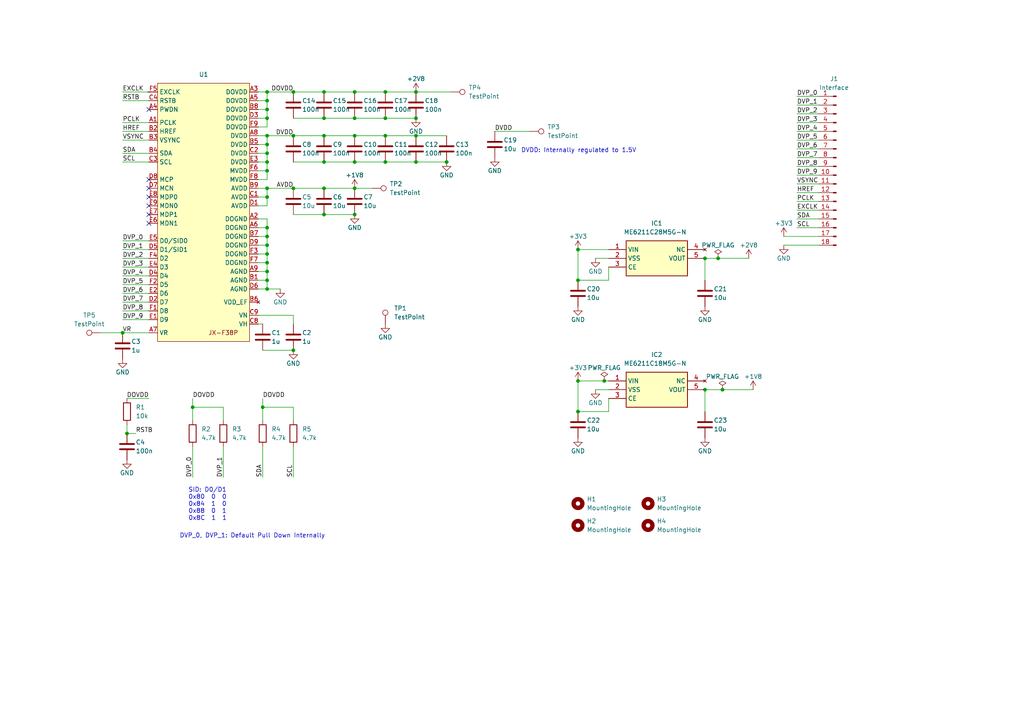
<source format=kicad_sch>
(kicad_sch (version 20230121) (generator eeschema)
  (paper "A4")
  (title_block (title "Ikafly Cam Exp Board"))
  (lib_symbols
    (symbol "Connector:Conn_01x18_Pin" (pin_names (offset 1.016) hide)
      (property "Reference" "J" (at 0 22.86 0))
      (property "Value" "Conn_01x18_Pin" (at 0 -25.4 0))
      (symbol "Conn_01x18_Pin_1_1"
        (polyline (pts (xy 1.27 -22.86) (xy 0.8636 -22.86)) (stroke (width 0.1524)))
        (polyline (pts (xy 1.27 -20.32) (xy 0.8636 -20.32)) (stroke (width 0.1524)))
        (polyline (pts (xy 1.27 -17.78) (xy 0.8636 -17.78)) (stroke (width 0.1524)))
        (polyline (pts (xy 1.27 -15.24) (xy 0.8636 -15.24)) (stroke (width 0.1524)))
        (polyline (pts (xy 1.27 -12.7) (xy 0.8636 -12.7)) (stroke (width 0.1524)))
        (polyline (pts (xy 1.27 -10.16) (xy 0.8636 -10.16)) (stroke (width 0.1524)))
        (polyline (pts (xy 1.27 -7.62) (xy 0.8636 -7.62)) (stroke (width 0.1524)))
        (polyline (pts (xy 1.27 -5.08) (xy 0.8636 -5.08)) (stroke (width 0.1524)))
        (polyline (pts (xy 1.27 -2.54) (xy 0.8636 -2.54)) (stroke (width 0.1524)))
        (polyline (pts (xy 1.27 0) (xy 0.8636 0)) (stroke (width 0.1524)))
        (polyline (pts (xy 1.27 2.54) (xy 0.8636 2.54)) (stroke (width 0.1524)))
        (polyline (pts (xy 1.27 5.08) (xy 0.8636 5.08)) (stroke (width 0.1524)))
        (polyline (pts (xy 1.27 7.62) (xy 0.8636 7.62)) (stroke (width 0.1524)))
        (polyline (pts (xy 1.27 10.16) (xy 0.8636 10.16)) (stroke (width 0.1524)))
        (polyline (pts (xy 1.27 12.7) (xy 0.8636 12.7)) (stroke (width 0.1524)))
        (polyline (pts (xy 1.27 15.24) (xy 0.8636 15.24)) (stroke (width 0.1524)))
        (polyline (pts (xy 1.27 17.78) (xy 0.8636 17.78)) (stroke (width 0.1524)))
        (polyline (pts (xy 1.27 20.32) (xy 0.8636 20.32)) (stroke (width 0.1524)))
        (rectangle (start 0.8636 -22.733) (end 0 -22.987) (stroke (width 0.1524)) (fill (type outline)))
        (rectangle (start 0.8636 -20.193) (end 0 -20.447) (stroke (width 0.1524)) (fill (type outline)))
        (rectangle (start 0.8636 -17.653) (end 0 -17.907) (stroke (width 0.1524)) (fill (type outline)))
        (rectangle (start 0.8636 -15.113) (end 0 -15.367) (stroke (width 0.1524)) (fill (type outline)))
        (rectangle (start 0.8636 -12.573) (end 0 -12.827) (stroke (width 0.1524)) (fill (type outline)))
        (rectangle (start 0.8636 -10.033) (end 0 -10.287) (stroke (width 0.1524)) (fill (type outline)))
        (rectangle (start 0.8636 -7.493) (end 0 -7.747) (stroke (width 0.1524)) (fill (type outline)))
        (rectangle (start 0.8636 -4.953) (end 0 -5.207) (stroke (width 0.1524)) (fill (type outline)))
        (rectangle (start 0.8636 -2.413) (end 0 -2.667) (stroke (width 0.1524)) (fill (type outline)))
        (rectangle (start 0.8636 0.127) (end 0 -0.127) (stroke (width 0.1524)) (fill (type outline)))
        (rectangle (start 0.8636 2.667) (end 0 2.413) (stroke (width 0.1524)) (fill (type outline)))
        (rectangle (start 0.8636 5.207) (end 0 4.953) (stroke (width 0.1524)) (fill (type outline)))
        (rectangle (start 0.8636 7.747) (end 0 7.493) (stroke (width 0.1524)) (fill (type outline)))
        (rectangle (start 0.8636 10.287) (end 0 10.033) (stroke (width 0.1524)) (fill (type outline)))
        (rectangle (start 0.8636 12.827) (end 0 12.573) (stroke (width 0.1524)) (fill (type outline)))
        (rectangle (start 0.8636 15.367) (end 0 15.113) (stroke (width 0.1524)) (fill (type outline)))
        (rectangle (start 0.8636 17.907) (end 0 17.653) (stroke (width 0.1524)) (fill (type outline)))
        (rectangle (start 0.8636 20.447) (end 0 20.193) (stroke (width 0.1524)) (fill (type outline)))
        (pin passive line (at 5.08 20.32 180) (length 3.81) (name "Pin_1") (number "1"))
        (pin passive line (at 5.08 -2.54 180) (length 3.81) (name "Pin_10") (number "10"))
        (pin passive line (at 5.08 -5.08 180) (length 3.81) (name "Pin_11") (number "11"))
        (pin passive line (at 5.08 -7.62 180) (length 3.81) (name "Pin_12") (number "12"))
        (pin passive line (at 5.08 -10.16 180) (length 3.81) (name "Pin_13") (number "13"))
        (pin passive line (at 5.08 -12.7 180) (length 3.81) (name "Pin_14") (number "14"))
        (pin passive line (at 5.08 -15.24 180) (length 3.81) (name "Pin_15") (number "15"))
        (pin passive line (at 5.08 -17.78 180) (length 3.81) (name "Pin_16") (number "16"))
        (pin passive line (at 5.08 -20.32 180) (length 3.81) (name "Pin_17") (number "17"))
        (pin passive line (at 5.08 -22.86 180) (length 3.81) (name "Pin_18") (number "18"))
        (pin passive line (at 5.08 17.78 180) (length 3.81) (name "Pin_2") (number "2"))
        (pin passive line (at 5.08 15.24 180) (length 3.81) (name "Pin_3") (number "3"))
        (pin passive line (at 5.08 12.7 180) (length 3.81) (name "Pin_4") (number "4"))
        (pin passive line (at 5.08 10.16 180) (length 3.81) (name "Pin_5") (number "5"))
        (pin passive line (at 5.08 7.62 180) (length 3.81) (name "Pin_6") (number "6"))
        (pin passive line (at 5.08 5.08 180) (length 3.81) (name "Pin_7") (number "7"))
        (pin passive line (at 5.08 2.54 180) (length 3.81) (name "Pin_8") (number "8"))
        (pin passive line (at 5.08 0 180) (length 3.81) (name "Pin_9") (number "9"))
      )
    )
    (symbol "Connector:TestPoint" (pin_numbers hide) (pin_names (offset 0.762) hide)
      (property "Reference" "TP" (at 0 6.858 0))
      (property "Value" "TestPoint" (at 0 5.08 0))
      (symbol "TestPoint_0_1"
        (circle (center 0 3.302) (radius 0.762))
      )
      (symbol "TestPoint_1_1"
        (pin passive line (at 0 0 90) (length 2.54) (name "1") (number "1"))
      )
    )
    (symbol "Device:C" (pin_numbers hide) (pin_names (offset 0.254))
      (property "Reference" "C" (at 0.635 2.54 0))
      (property "Value" "C" (at 0.635 -2.54 0))
      (symbol "C_0_1"
        (polyline (pts (xy -2.032 -0.762) (xy 2.032 -0.762)) (stroke (width 0.508)))
        (polyline (pts (xy -2.032 0.762) (xy 2.032 0.762)) (stroke (width 0.508)))
      )
      (symbol "C_1_1"
        (pin passive line (at 0 3.81 270) (length 2.794) (name "~") (number "1"))
        (pin passive line (at 0 -3.81 90) (length 2.794) (name "~") (number "2"))
      )
    )
    (symbol "Device:R" (pin_numbers hide) (pin_names (offset 0))
      (property "Reference" "R" (at 2.032 0 90))
      (property "Value" "R" (at 0 0 90))
      (symbol "R_0_1"
        (rectangle (start -1.016 -2.54) (end 1.016 2.54) (stroke (width 0.254)))
      )
      (symbol "R_1_1"
        (pin passive line (at 0 3.81 270) (length 1.27) (name "~") (number "1"))
        (pin passive line (at 0 -3.81 90) (length 1.27) (name "~") (number "2"))
      )
    )
    (symbol "Ikafly_lib:JX-F38P"
      (property "Reference" "U?" (at 15.24 3.81 0))
      (symbol "JX-F38P_1_1"
        (rectangle (start 2.54 2.54) (end 29.21 -72.39) (fill (type background)))
        (text "JX-F38P" (at 21.59 -69.85 0) (effects (font (size 1.27 1.27))))
        (pin input line (at 0 -8.89 0) (length 2.54) (name "PCLK") (number "A1"))
        (pin input line (at 31.75 -36.83 180) (length 2.54) (name "DOGND") (number "A2"))
        (pin input line (at 31.75 0 180) (length 2.54) (name "DOVDD") (number "A3"))
        (pin input line (at 0 -5.08 0) (length 2.54) (name "PWDN") (number "A4"))
        (pin input line (at 31.75 -2.54 180) (length 2.54) (name "DOVDD") (number "A5"))
        (pin input line (at 31.75 -39.37 180) (length 2.54) (name "DOGND") (number "A6"))
        (pin input line (at 0 -69.85 0) (length 2.54) (name "VR") (number "A7"))
        (pin input line (at 31.75 -12.7 180) (length 2.54) (name "DVDD") (number "A8"))
        (pin input line (at 31.75 -52.07 180) (length 2.54) (name "AGND") (number "A9"))
        (pin input line (at 31.75 -54.61 180) (length 2.54) (name "AGND") (number "B1"))
        (pin input line (at 0 -11.43 0) (length 2.54) (name "HREF") (number "B2"))
        (pin input line (at 0 -13.97 0) (length 2.54) (name "VSYNC") (number "B3"))
        (pin input line (at 0 -17.78 0) (length 2.54) (name "SDA") (number "B4"))
        (pin input line (at 31.75 -15.24 180) (length 2.54) (name "DVDD") (number "B5"))
        (pin no_connect line (at 31.75 -60.96 180) (length 2.54) (name "VDD_EF") (number "B6"))
        (pin input line (at 31.75 -41.91 180) (length 2.54) (name "DOGND") (number "B7"))
        (pin input line (at 31.75 -5.08 180) (length 2.54) (name "DOVDD") (number "B8"))
        (pin input line (at 31.75 -27.94 180) (length 2.54) (name "AVDD") (number "B9"))
        (pin input line (at 31.75 -30.48 180) (length 2.54) (name "AVDD") (number "C1"))
        (pin input line (at 31.75 -17.78 180) (length 2.54) (name "DVDD") (number "C2"))
        (pin input line (at 0 -20.32 0) (length 2.54) (name "SCL") (number "C3"))
        (pin input line (at 0 -2.54 0) (length 2.54) (name "RSTB") (number "C4"))
        (pin input line (at 31.75 -67.31 180) (length 2.54) (name "VH") (number "C8"))
        (pin input line (at 31.75 -64.77 180) (length 2.54) (name "VN") (number "C9"))
        (pin input line (at 31.75 -33.02 180) (length 2.54) (name "AVDD") (number "D1"))
        (pin input line (at 0 -60.96 0) (length 2.54) (name "D7") (number "D2"))
        (pin input line (at 31.75 -7.62 180) (length 2.54) (name "DOVDD") (number "D3"))
        (pin input line (at 0 -53.34 0) (length 2.54) (name "D4") (number "D4"))
        (pin input line (at 0 -45.72 0) (length 2.54) (name "D1/SID1") (number "D5"))
        (pin input line (at 31.75 -57.15 180) (length 2.54) (name "AGND") (number "D6"))
        (pin input line (at 0 -27.94 0) (length 2.54) (name "MCN") (number "D7"))
        (pin input line (at 0 -25.4 0) (length 2.54) (name "MCP") (number "D8"))
        (pin input line (at 31.75 -44.45 180) (length 2.54) (name "DOGND") (number "D9"))
        (pin input line (at 0 -66.04 0) (length 2.54) (name "D9") (number "E1"))
        (pin input line (at 0 -58.42 0) (length 2.54) (name "D6") (number "E2"))
        (pin input line (at 31.75 -20.32 180) (length 2.54) (name "DVDD") (number "E3"))
        (pin input line (at 0 -50.8 0) (length 2.54) (name "D3") (number "E4"))
        (pin input line (at 0 -43.18 0) (length 2.54) (name "D0/SID0") (number "E5"))
        (pin input line (at 0 -38.1 0) (length 2.54) (name "MDN1") (number "E6"))
        (pin input line (at 0 -35.56 0) (length 2.54) (name "MDP1") (number "E7"))
        (pin input line (at 0 -30.48 0) (length 2.54) (name "MDP0") (number "E8"))
        (pin input line (at 0 -33.02 0) (length 2.54) (name "MDN0") (number "E9"))
        (pin input line (at 0 -63.5 0) (length 2.54) (name "D8") (number "F1"))
        (pin input line (at 0 -55.88 0) (length 2.54) (name "D5") (number "F2"))
        (pin input line (at 31.75 -46.99 180) (length 2.54) (name "DOGND") (number "F3"))
        (pin input line (at 0 -48.26 0) (length 2.54) (name "D2") (number "F4"))
        (pin input line (at 0 0 0) (length 2.54) (name "EXCLK") (number "F5"))
        (pin input line (at 31.75 -22.86 180) (length 2.54) (name "MVDD") (number "F6"))
        (pin input line (at 31.75 -49.53 180) (length 2.54) (name "DOGND") (number "F7"))
        (pin input line (at 31.75 -25.4 180) (length 2.54) (name "MVDD") (number "F8"))
        (pin input line (at 31.75 -10.16 180) (length 2.54) (name "DOVDD") (number "F9"))
      )
    )
    (symbol "Mechanical:MountingHole" (pin_names (offset 1.016))
      (property "Reference" "H" (at 0 5.08 0))
      (property "Value" "MountingHole" (at 0 3.175 0))
      (symbol "MountingHole_0_1"
        (circle (center 0 0) (radius 1.27) (stroke (width 1.27)))
      )
    )
    (symbol "SamacSys_Parts:ME6211C33M5G"
      (property "Reference" "IC" (at 24.13 7.62 0))
      (property "Value" "ME6211C33M5G" (at 24.13 5.08 0))
      (symbol "ME6211C33M5G_1_1"
        (rectangle (start 5.08 2.54) (end 22.86 -7.62) (stroke (width 0.254)) (fill (type background)))
        (pin passive line (at 0 0 0) (length 5.08) (name "VIN") (number "1"))
        (pin passive line (at 0 -2.54 0) (length 5.08) (name "VSS") (number "2"))
        (pin passive line (at 0 -5.08 0) (length 5.08) (name "CE") (number "3"))
        (pin no_connect line (at 27.94 0 180) (length 5.08) (name "NC") (number "4"))
        (pin passive line (at 27.94 -2.54 180) (length 5.08) (name "VOUT") (number "5"))
      )
    )
    (symbol "power:+1V8" (power) (pin_names (offset 0))
      (property "Value" "+1V8" (at 0 3.556 0))
      (symbol "+1V8_0_1"
        (polyline (pts (xy -0.762 1.27) (xy 0 2.54)))
        (polyline (pts (xy 0 0) (xy 0 2.54)))
        (polyline (pts (xy 0 2.54) (xy 0.762 1.27)))
      )
      (symbol "+1V8_1_1"
        (pin power_in line (at 0 0 90) (length 0) hide (name "+1V8") (number "1"))
      )
    )
    (symbol "power:+2V8" (power) (pin_names (offset 0))
      (property "Value" "+2V8" (at 0 3.556 0))
      (symbol "+2V8_0_1"
        (polyline (pts (xy -0.762 1.27) (xy 0 2.54)))
        (polyline (pts (xy 0 0) (xy 0 2.54)))
        (polyline (pts (xy 0 2.54) (xy 0.762 1.27)))
      )
      (symbol "+2V8_1_1"
        (pin power_in line (at 0 0 90) (length 0) hide (name "+2V8") (number "1"))
      )
    )
    (symbol "power:+3V3" (power) (pin_names (offset 0))
      (property "Value" "+3V3" (at 0 3.556 0))
      (symbol "+3V3_0_1"
        (polyline (pts (xy -0.762 1.27) (xy 0 2.54)))
        (polyline (pts (xy 0 0) (xy 0 2.54)))
        (polyline (pts (xy 0 2.54) (xy 0.762 1.27)))
      )
      (symbol "+3V3_1_1"
        (pin power_in line (at 0 0 90) (length 0) hide (name "+3V3") (number "1"))
      )
    )
    (symbol "power:GND" (power) (pin_names (offset 0))
      (property "Value" "GND" (at 0 -3.81 0))
      (symbol "GND_0_1"
        (polyline (pts (xy 0 0) (xy 0 -1.27) (xy 1.27 -1.27) (xy 0 -2.54) (xy -1.27 -1.27) (xy 0 -1.27)))
      )
      (symbol "GND_1_1"
        (pin power_in line (at 0 0 270) (length 0) hide (name "GND") (number "1"))
      )
    )
    (symbol "power:PWR_FLAG" (power) (pin_numbers hide) (pin_names (offset 0) hide)
      (property "Value" "PWR_FLAG" (at 0 3.81 0))
      (symbol "PWR_FLAG_0_0"
        (pin power_out line (at 0 0 90) (length 0) (name "pwr") (number "1"))
      )
      (symbol "PWR_FLAG_0_1"
        (polyline (pts (xy 0 0) (xy 0 1.27) (xy -1.016 1.905) (xy 0 2.54) (xy 1.016 1.905) (xy 0 1.27)))
      )
    )
  )
  (junction (at 55.88 118.11))
  (junction (at 111.76 34.29))
  (junction (at 77.47 44.45))
  (junction (at 85.09 101.6))
  (junction (at 111.76 46.99))
  (junction (at 77.47 49.53))
  (junction (at 77.47 57.15))
  (junction (at 167.64 110.49))
  (junction (at 85.09 39.37))
  (junction (at 77.47 26.67))
  (junction (at 77.47 41.91))
  (junction (at 77.47 68.58))
  (junction (at 93.98 54.61))
  (junction (at 77.47 46.99))
  (junction (at 102.87 46.99))
  (junction (at 120.65 34.29))
  (junction (at 102.87 34.29))
  (junction (at 36.83 125.73))
  (junction (at 111.76 26.67))
  (junction (at 77.47 54.61))
  (junction (at 85.09 54.61))
  (junction (at 111.76 39.37))
  (junction (at 77.47 71.12))
  (junction (at 175.26 110.49))
  (junction (at 77.47 29.21))
  (junction (at 85.09 26.67))
  (junction (at 77.47 73.66))
  (junction (at 93.98 46.99))
  (junction (at 77.47 81.28))
  (junction (at 93.98 26.67))
  (junction (at 102.87 26.67))
  (junction (at 77.47 76.2))
  (junction (at 167.64 72.39))
  (junction (at 77.47 39.37))
  (junction (at 208.28 74.93))
  (junction (at 209.55 113.03))
  (junction (at 93.98 39.37))
  (junction (at 93.98 34.29))
  (junction (at 77.47 66.04))
  (junction (at 35.56 96.52))
  (junction (at 77.47 83.82))
  (junction (at 120.65 39.37))
  (junction (at 93.98 62.23))
  (junction (at 167.64 119.38))
  (junction (at 102.87 54.61))
  (junction (at 77.47 34.29))
  (junction (at 102.87 62.23))
  (junction (at 204.47 113.03))
  (junction (at 76.2 118.11))
  (junction (at 167.64 81.28))
  (junction (at 77.47 78.74))
  (junction (at 77.47 31.75))
  (junction (at 204.47 74.93))
  (junction (at 129.54 46.99))
  (junction (at 120.65 46.99))
  (junction (at 102.87 39.37))
  (junction (at 120.65 26.67))
  (no_connect (at 43.18 52.07))
  (no_connect (at 43.18 54.61))
  (no_connect (at 43.18 59.69))
  (no_connect (at 43.18 57.15))
  (no_connect (at 43.18 64.77))
  (no_connect (at 43.18 31.75))
  (no_connect (at 43.18 62.23))
  (wire (pts (xy 76.2 118.11) (xy 76.2 121.92)))
  (wire (pts (xy 77.47 46.99) (xy 77.47 49.53)))
  (wire (pts (xy 36.83 123.19) (xy 36.83 125.73)))
  (wire (pts (xy 227.33 71.12) (xy 237.49 71.12)))
  (wire (pts (xy 85.09 54.61) (xy 93.98 54.61)))
  (wire (pts (xy 35.56 72.39) (xy 43.18 72.39)))
  (wire (pts (xy 74.93 57.15) (xy 77.47 57.15)))
  (wire (pts (xy 35.56 87.63) (xy 43.18 87.63)))
  (wire (pts (xy 74.93 83.82) (xy 77.47 83.82)))
  (wire (pts (xy 55.88 115.57) (xy 55.88 118.11)))
  (wire (pts (xy 35.56 92.71) (xy 43.18 92.71)))
  (wire (pts (xy 77.47 31.75) (xy 74.93 31.75)))
  (wire (pts (xy 204.47 113.03) (xy 209.55 113.03)))
  (wire (pts (xy 35.56 69.85) (xy 43.18 69.85)))
  (wire (pts (xy 74.93 68.58) (xy 77.47 68.58)))
  (wire (pts (xy 77.47 54.61) (xy 85.09 54.61)))
  (wire (pts (xy 76.2 93.98) (xy 74.93 93.98)))
  (wire (pts (xy 102.87 39.37) (xy 111.76 39.37)))
  (wire (pts (xy 55.88 118.11) (xy 55.88 121.92)))
  (wire (pts (xy 231.14 50.8) (xy 237.49 50.8)))
  (wire (pts (xy 35.56 44.45) (xy 43.18 44.45)))
  (wire (pts (xy 85.09 93.98) (xy 85.09 91.44)))
  (wire (pts (xy 231.14 43.18) (xy 237.49 43.18)))
  (wire (pts (xy 231.14 40.64) (xy 237.49 40.64)))
  (wire (pts (xy 176.53 119.38) (xy 167.64 119.38)))
  (wire (pts (xy 167.64 72.39) (xy 176.53 72.39)))
  (wire (pts (xy 77.47 36.83) (xy 74.93 36.83)))
  (wire (pts (xy 102.87 34.29) (xy 111.76 34.29)))
  (wire (pts (xy 55.88 118.11) (xy 64.77 118.11)))
  (wire (pts (xy 74.93 39.37) (xy 77.47 39.37)))
  (wire (pts (xy 35.56 46.99) (xy 43.18 46.99)))
  (wire (pts (xy 35.56 77.47) (xy 43.18 77.47)))
  (wire (pts (xy 77.47 76.2) (xy 77.47 78.74)))
  (wire (pts (xy 231.14 55.88) (xy 237.49 55.88)))
  (wire (pts (xy 74.93 66.04) (xy 77.47 66.04)))
  (wire (pts (xy 176.53 115.57) (xy 176.53 119.38)))
  (wire (pts (xy 85.09 129.54) (xy 85.09 138.43)))
  (wire (pts (xy 77.47 81.28) (xy 77.47 83.82)))
  (wire (pts (xy 209.55 113.03) (xy 218.44 113.03)))
  (wire (pts (xy 172.72 74.93) (xy 176.53 74.93)))
  (wire (pts (xy 130.81 26.67) (xy 120.65 26.67)))
  (wire (pts (xy 43.18 115.57) (xy 36.83 115.57)))
  (wire (pts (xy 74.93 49.53) (xy 77.47 49.53)))
  (wire (pts (xy 231.14 48.26) (xy 237.49 48.26)))
  (wire (pts (xy 120.65 39.37) (xy 129.54 39.37)))
  (wire (pts (xy 77.47 54.61) (xy 77.47 57.15)))
  (wire (pts (xy 55.88 129.54) (xy 55.88 138.43)))
  (wire (pts (xy 76.2 118.11) (xy 85.09 118.11)))
  (wire (pts (xy 85.09 121.92) (xy 85.09 118.11)))
  (wire (pts (xy 204.47 81.28) (xy 204.47 74.93)))
  (wire (pts (xy 77.47 29.21) (xy 74.93 29.21)))
  (wire (pts (xy 77.47 31.75) (xy 77.47 34.29)))
  (wire (pts (xy 111.76 26.67) (xy 120.65 26.67)))
  (wire (pts (xy 85.09 34.29) (xy 93.98 34.29)))
  (wire (pts (xy 35.56 29.21) (xy 43.18 29.21)))
  (wire (pts (xy 204.47 119.38) (xy 204.47 113.03)))
  (wire (pts (xy 231.14 53.34) (xy 237.49 53.34)))
  (wire (pts (xy 231.14 33.02) (xy 237.49 33.02)))
  (wire (pts (xy 64.77 129.54) (xy 64.77 138.43)))
  (wire (pts (xy 85.09 62.23) (xy 93.98 62.23)))
  (wire (pts (xy 111.76 34.29) (xy 120.65 34.29)))
  (wire (pts (xy 77.47 68.58) (xy 77.47 71.12)))
  (wire (pts (xy 35.56 82.55) (xy 43.18 82.55)))
  (wire (pts (xy 231.14 66.04) (xy 237.49 66.04)))
  (wire (pts (xy 77.47 26.67) (xy 85.09 26.67)))
  (wire (pts (xy 74.93 71.12) (xy 77.47 71.12)))
  (wire (pts (xy 85.09 39.37) (xy 93.98 39.37)))
  (wire (pts (xy 29.21 96.52) (xy 35.56 96.52)))
  (wire (pts (xy 35.56 96.52) (xy 43.18 96.52)))
  (wire (pts (xy 35.56 26.67) (xy 43.18 26.67)))
  (wire (pts (xy 208.28 74.93) (xy 217.17 74.93)))
  (wire (pts (xy 93.98 34.29) (xy 102.87 34.29)))
  (wire (pts (xy 74.93 52.07) (xy 77.47 52.07)))
  (wire (pts (xy 77.47 39.37) (xy 77.47 41.91)))
  (wire (pts (xy 227.33 68.58) (xy 237.49 68.58)))
  (wire (pts (xy 167.64 72.39) (xy 167.64 81.28)))
  (wire (pts (xy 74.93 78.74) (xy 77.47 78.74)))
  (wire (pts (xy 231.14 63.5) (xy 237.49 63.5)))
  (wire (pts (xy 77.47 41.91) (xy 77.47 44.45)))
  (wire (pts (xy 74.93 81.28) (xy 77.47 81.28)))
  (wire (pts (xy 77.47 44.45) (xy 77.47 46.99)))
  (wire (pts (xy 77.47 73.66) (xy 77.47 76.2)))
  (wire (pts (xy 231.14 45.72) (xy 237.49 45.72)))
  (wire (pts (xy 167.64 110.49) (xy 167.64 119.38)))
  (wire (pts (xy 85.09 91.44) (xy 74.93 91.44)))
  (wire (pts (xy 85.09 46.99) (xy 93.98 46.99)))
  (wire (pts (xy 77.47 78.74) (xy 77.47 81.28)))
  (wire (pts (xy 93.98 46.99) (xy 102.87 46.99)))
  (wire (pts (xy 153.67 38.1) (xy 143.51 38.1)))
  (wire (pts (xy 35.56 80.01) (xy 43.18 80.01)))
  (wire (pts (xy 77.47 26.67) (xy 77.47 29.21)))
  (wire (pts (xy 102.87 26.67) (xy 111.76 26.67)))
  (wire (pts (xy 77.47 29.21) (xy 77.47 31.75)))
  (wire (pts (xy 74.93 63.5) (xy 77.47 63.5)))
  (wire (pts (xy 35.56 40.64) (xy 43.18 40.64)))
  (wire (pts (xy 176.53 77.47) (xy 176.53 81.28)))
  (wire (pts (xy 74.93 44.45) (xy 77.47 44.45)))
  (wire (pts (xy 231.14 30.48) (xy 237.49 30.48)))
  (wire (pts (xy 74.93 46.99) (xy 77.47 46.99)))
  (wire (pts (xy 231.14 60.96) (xy 237.49 60.96)))
  (wire (pts (xy 93.98 62.23) (xy 102.87 62.23)))
  (wire (pts (xy 35.56 74.93) (xy 43.18 74.93)))
  (wire (pts (xy 77.47 34.29) (xy 77.47 36.83)))
  (wire (pts (xy 172.72 113.03) (xy 176.53 113.03)))
  (wire (pts (xy 76.2 129.54) (xy 76.2 138.43)))
  (wire (pts (xy 111.76 46.99) (xy 120.65 46.99)))
  (wire (pts (xy 35.56 85.09) (xy 43.18 85.09)))
  (wire (pts (xy 35.56 38.1) (xy 43.18 38.1)))
  (wire (pts (xy 93.98 26.67) (xy 102.87 26.67)))
  (wire (pts (xy 77.47 34.29) (xy 74.93 34.29)))
  (wire (pts (xy 231.14 38.1) (xy 237.49 38.1)))
  (wire (pts (xy 85.09 39.37) (xy 77.47 39.37)))
  (wire (pts (xy 74.93 41.91) (xy 77.47 41.91)))
  (wire (pts (xy 204.47 74.93) (xy 208.28 74.93)))
  (wire (pts (xy 77.47 26.67) (xy 74.93 26.67)))
  (wire (pts (xy 175.26 110.49) (xy 176.53 110.49)))
  (wire (pts (xy 77.47 66.04) (xy 77.47 68.58)))
  (wire (pts (xy 102.87 46.99) (xy 111.76 46.99)))
  (wire (pts (xy 76.2 101.6) (xy 85.09 101.6)))
  (wire (pts (xy 231.14 35.56) (xy 237.49 35.56)))
  (wire (pts (xy 111.76 39.37) (xy 120.65 39.37)))
  (wire (pts (xy 81.28 83.82) (xy 77.47 83.82)))
  (wire (pts (xy 74.93 73.66) (xy 77.47 73.66)))
  (wire (pts (xy 35.56 90.17) (xy 43.18 90.17)))
  (wire (pts (xy 77.47 57.15) (xy 77.47 59.69)))
  (wire (pts (xy 77.47 63.5) (xy 77.47 66.04)))
  (wire (pts (xy 93.98 39.37) (xy 102.87 39.37)))
  (wire (pts (xy 74.93 76.2) (xy 77.47 76.2)))
  (wire (pts (xy 36.83 125.73) (xy 39.37 125.73)))
  (wire (pts (xy 76.2 115.57) (xy 76.2 118.11)))
  (wire (pts (xy 93.98 54.61) (xy 102.87 54.61)))
  (wire (pts (xy 231.14 58.42) (xy 237.49 58.42)))
  (wire (pts (xy 231.14 27.94) (xy 237.49 27.94)))
  (wire (pts (xy 77.47 49.53) (xy 77.47 52.07)))
  (wire (pts (xy 77.47 71.12) (xy 77.47 73.66)))
  (wire (pts (xy 120.65 46.99) (xy 129.54 46.99)))
  (wire (pts (xy 107.95 54.61) (xy 102.87 54.61)))
  (wire (pts (xy 74.93 59.69) (xy 77.47 59.69)))
  (wire (pts (xy 35.56 35.56) (xy 43.18 35.56)))
  (wire (pts (xy 64.77 121.92) (xy 64.77 118.11)))
  (wire (pts (xy 74.93 54.61) (xy 77.47 54.61)))
  (wire (pts (xy 167.64 110.49) (xy 175.26 110.49)))
  (wire (pts (xy 85.09 26.67) (xy 93.98 26.67)))
  (wire (pts (xy 176.53 81.28) (xy 167.64 81.28)))
  (text "DVP_0, DVP_1: Default Pull Down Internally" (at 52.07 156.21 0) (effects (font (size 1.27 1.27)) (justify left bottom)))
  (text "DVDD: Internally regulated to 1.5V" (at 151.13 44.45 0) (effects (font (size 1.27 1.27)) (justify left bottom)))
  (text "SID: D0/D1\n0x80  0  0\n0x84  1  0\n0x88  0  1\n0x8C  1  1" (at 54.61 151.13 0) (effects (font (size 1.27 1.27)) (justify left bottom)))
  (label "DVP_2" (at 231.14 33.02 0))
  (label "SCL" (at 35.56 46.99 0))
  (label "SDA" (at 231.14 63.5 0))
  (label "HREF" (at 35.56 38.1 0))
  (label "PCLK" (at 231.14 58.42 0))
  (label "DOVDD" (at 85.09 26.67 180))
  (label "DVP_1" (at 64.77 138.43 90))
  (label "DVP_3" (at 35.56 77.47 0))
  (label "VSYNC" (at 231.14 53.34 0))
  (label "DVDD" (at 85.09 39.37 180))
  (label "DOVDD" (at 43.18 115.57 180))
  (label "DOVDD" (at 55.88 115.57 0))
  (label "DVP_9" (at 35.56 92.71 0))
  (label "DVP_0" (at 35.56 69.85 0))
  (label "VSYNC" (at 35.56 40.64 0))
  (label "RSTB" (at 39.37 125.73 0))
  (label "DVP_0" (at 55.88 138.43 90))
  (label "HREF" (at 231.14 55.88 0))
  (label "DVP_6" (at 231.14 43.18 0))
  (label "RSTB" (at 35.56 29.21 0))
  (label "DVP_2" (at 35.56 74.93 0))
  (label "DVP_4" (at 231.14 38.1 0))
  (label "DVP_1" (at 231.14 30.48 0))
  (label "DVP_8" (at 231.14 48.26 0))
  (label "SCL" (at 231.14 66.04 0))
  (label "DVDD" (at 143.51 38.1 0))
  (label "SDA" (at 76.2 138.43 90))
  (label "DVP_7" (at 35.56 87.63 0))
  (label "DVP_5" (at 35.56 82.55 0))
  (label "DVP_6" (at 35.56 85.09 0))
  (label "SDA" (at 35.56 44.45 0))
  (label "DVP_9" (at 231.14 50.8 0))
  (label "EXCLK" (at 231.14 60.96 0))
  (label "DVP_0" (at 231.14 27.94 0))
  (label "DVP_7" (at 231.14 45.72 0))
  (label "SCL" (at 85.09 138.43 90))
  (label "VR" (at 35.56 96.52 0))
  (label "DVP_1" (at 35.56 72.39 0))
  (label "DOVDD" (at 76.2 115.57 0))
  (label "EXCLK" (at 35.56 26.67 0))
  (label "DVP_3" (at 231.14 35.56 0))
  (label "DVP_4" (at 35.56 80.01 0))
  (label "DVP_5" (at 231.14 40.64 0))
  (label "AVDD" (at 85.09 54.61 180))
  (label "PCLK" (at 35.56 35.56 0))
  (label "DVP_8" (at 35.56 90.17 0))
  (symbol (lib_id "Device:C") (at 204.47 85.09 0) (unit 1)
    (property "Reference" "C21" (at 207.01 83.82 0) (effects (justify left)))
    (property "Value" "10u" (at 207.01 86.36 0) (effects (justify left)))
    (property "Footprint" "Capacitor_SMD:C_0402_1005Metric" (effects hide))
  )
  (symbol (lib_id "power:GND") (at 35.56 104.14 0) (unit 1)
    (property "Reference" "#PWR04" (effects hide))
    (property "Value" "GND" (at 35.56 107.95 0))
  )
  (symbol (lib_id "Device:C") (at 143.51 41.91 0) (unit 1)
    (property "Reference" "C19" (at 146.05 40.64 0) (effects (justify left)))
    (property "Value" "10u" (at 146.05 43.18 0) (effects (justify left)))
    (property "Footprint" "Capacitor_SMD:C_0402_1005Metric" (effects hide))
  )
  (symbol (lib_id "Device:R") (at 55.88 125.73 0) (unit 1)
    (property "Reference" "R2" (at 58.42 124.46 0) (effects (justify left)))
    (property "Value" "4.7k" (at 58.42 127 0) (effects (justify left)))
    (property "Footprint" "Resistor_SMD:R_0402_1005Metric" (effects hide))
  )
  (symbol (lib_id "power:GND") (at 172.72 74.93 0) (unit 1)
    (property "Reference" "#PWR011" (effects hide))
    (property "Value" "GND" (at 172.72 78.74 0))
  )
  (symbol (lib_id "Connector:TestPoint") (at 107.95 54.61 270) (unit 1)
    (property "Reference" "TP2" (at 113.03 53.34 90) (effects (justify left)))
    (property "Value" "TestPoint" (at 113.03 55.88 90) (effects (justify left)))
    (property "Footprint" "TestPoint:TestPoint_Pad_D1.0mm" (effects hide))
  )
  (symbol (lib_id "Mechanical:MountingHole") (at 167.64 152.4 0) (unit 1)
    (property "Reference" "H2" (at 170.18 151.13 0) (effects (justify left)))
    (property "Value" "MountingHole" (at 170.18 153.67 0) (effects (justify left)))
    (property "Footprint" "MountingHole:MountingHole_2.2mm_M2" (effects hide))
  )
  (symbol (lib_id "power:+3V3") (at 167.64 110.49 0) (unit 1)
    (property "Reference" "#PWR015" (effects hide))
    (property "Value" "+3V3" (at 167.64 106.68 0))
  )
  (symbol (lib_id "Device:C") (at 85.09 58.42 0) (unit 1)
    (property "Reference" "C5" (at 87.63 57.15 0) (effects (justify left)))
    (property "Value" "10u" (at 87.63 59.69 0) (effects (justify left)))
    (property "Footprint" "Capacitor_SMD:C_0402_1005Metric" (effects hide))
  )
  (symbol (lib_id "Device:C") (at 120.65 30.48 0) (unit 1)
    (property "Reference" "C18" (at 123.19 29.21 0) (effects (justify left)))
    (property "Value" "100n" (at 123.19 31.75 0) (effects (justify left)))
    (property "Footprint" "Capacitor_SMD:C_0402_1005Metric" (effects hide))
  )
  (symbol (lib_id "Connector:TestPoint") (at 153.67 38.1 270) (unit 1)
    (property "Reference" "TP3" (at 158.75 36.83 90) (effects (justify left)))
    (property "Value" "TestPoint" (at 158.75 39.37 90) (effects (justify left)))
    (property "Footprint" "TestPoint:TestPoint_Pad_D1.0mm" (effects hide))
  )
  (symbol (lib_id "power:GND") (at 204.47 88.9 0) (unit 1)
    (property "Reference" "#PWR013" (effects hide))
    (property "Value" "GND" (at 204.47 92.71 0))
  )
  (symbol (lib_id "power:GND") (at 111.76 93.98 0) (unit 1)
    (property "Reference" "#PWR09" (effects hide))
    (property "Value" "GND" (at 111.76 97.79 0))
  )
  (symbol (lib_id "SamacSys_Parts:ME6211C33M5G") (at 176.53 72.39 0) (unit 1)
    (property "Reference" "IC1" (at 190.5 64.77 0))
    (property "Value" "ME6211C28M5G-N " (at 190.5 67.31 0))
    (property "Footprint" "SamacSys_Parts:SOT95P282X145-5N" (effects hide))
    (property "Height" "1.45" (effects hide))
    (property "Manufacturer_Name" "Microne" (effects hide))
    (property "Manufacturer_Part_Number" "ME6211C33M5G" (effects hide))
  )
  (symbol (lib_id "Device:R") (at 64.77 125.73 0) (unit 1)
    (property "Reference" "R3" (at 67.31 124.46 0) (effects (justify left)))
    (property "Value" "4.7k" (at 67.31 127 0) (effects (justify left)))
    (property "Footprint" "Resistor_SMD:R_0402_1005Metric" (effects hide))
  )
  (symbol (lib_id "power:GND") (at 167.64 88.9 0) (unit 1)
    (property "Reference" "#PWR012" (effects hide))
    (property "Value" "GND" (at 167.64 92.71 0))
  )
  (symbol (lib_id "Device:C") (at 129.54 43.18 0) (unit 1)
    (property "Reference" "C13" (at 132.08 41.91 0) (effects (justify left)))
    (property "Value" "100n" (at 132.08 44.45 0) (effects (justify left)))
    (property "Footprint" "Capacitor_SMD:C_0402_1005Metric" (effects hide))
  )
  (symbol (lib_id "Device:R") (at 85.09 125.73 0) (unit 1)
    (property "Reference" "R5" (at 87.63 124.46 0) (effects (justify left)))
    (property "Value" "4.7k" (at 87.63 127 0) (effects (justify left)))
    (property "Footprint" "Resistor_SMD:R_0402_1005Metric" (effects hide))
  )
  (symbol (lib_id "Device:C") (at 35.56 100.33 0) (unit 1)
    (property "Reference" "C3" (at 38.1 99.06 0) (effects (justify left)))
    (property "Value" "1u" (at 38.1 101.6 0) (effects (justify left)))
    (property "Footprint" "Capacitor_SMD:C_0402_1005Metric" (effects hide))
  )
  (symbol (lib_id "power:GND") (at 120.65 34.29 0) (unit 1)
    (property "Reference" "#PWR07" (effects hide))
    (property "Value" "GND" (at 120.65 38.1 0))
  )
  (symbol (lib_id "power:PWR_FLAG") (at 175.26 110.49 0) (unit 1)
    (property "Reference" "#FLG01" (effects hide))
    (property "Value" "PWR_FLAG" (at 175.26 106.68 0))
  )
  (symbol (lib_id "Mechanical:MountingHole") (at 187.96 146.05 0) (unit 1)
    (property "Reference" "H3" (at 190.5 144.78 0) (effects (justify left)))
    (property "Value" "MountingHole" (at 190.5 147.32 0) (effects (justify left)))
    (property "Footprint" "MountingHole:MountingHole_2.2mm_M2" (effects hide))
  )
  (symbol (lib_id "Device:C") (at 36.83 129.54 0) (unit 1)
    (property "Reference" "C4" (at 39.37 128.27 0) (effects (justify left)))
    (property "Value" "100n" (at 39.37 130.81 0) (effects (justify left)))
    (property "Footprint" "Capacitor_SMD:C_0402_1005Metric" (effects hide))
  )
  (symbol (lib_id "Device:C") (at 93.98 58.42 0) (unit 1)
    (property "Reference" "C6" (at 96.52 57.15 0) (effects (justify left)))
    (property "Value" "10u" (at 96.52 59.69 0) (effects (justify left)))
    (property "Footprint" "Capacitor_SMD:C_0402_1005Metric" (effects hide))
  )
  (symbol (lib_id "power:PWR_FLAG") (at 208.28 74.93 0) (unit 1)
    (property "Reference" "#FLG03" (effects hide))
    (property "Value" "PWR_FLAG" (at 208.28 71.12 0))
  )
  (symbol (lib_id "Connector:TestPoint") (at 130.81 26.67 270) (unit 1)
    (property "Reference" "TP4" (at 135.89 25.4 90) (effects (justify left)))
    (property "Value" "TestPoint" (at 135.89 27.94 90) (effects (justify left)))
    (property "Footprint" "TestPoint:TestPoint_Pad_D1.0mm" (effects hide))
  )
  (symbol (lib_id "Device:C") (at 102.87 30.48 0) (unit 1)
    (property "Reference" "C16" (at 105.41 29.21 0) (effects (justify left)))
    (property "Value" "100n" (at 105.41 31.75 0) (effects (justify left)))
    (property "Footprint" "Capacitor_SMD:C_0402_1005Metric" (effects hide))
  )
  (symbol (lib_id "power:GND") (at 204.47 127 0) (unit 1)
    (property "Reference" "#PWR018" (effects hide))
    (property "Value" "GND" (at 204.47 130.81 0))
  )
  (symbol (lib_id "Device:R") (at 36.83 119.38 0) (unit 1)
    (property "Reference" "R1" (at 39.37 118.11 0) (effects (justify left)))
    (property "Value" "10k" (at 39.37 120.65 0) (effects (justify left)))
    (property "Footprint" "Resistor_SMD:R_0402_1005Metric" (effects hide))
  )
  (symbol (lib_id "Device:C") (at 93.98 30.48 0) (unit 1)
    (property "Reference" "C15" (at 96.52 29.21 0) (effects (justify left)))
    (property "Value" "100n" (at 96.52 31.75 0) (effects (justify left)))
    (property "Footprint" "Capacitor_SMD:C_0402_1005Metric" (effects hide))
  )
  (symbol (lib_id "power:+2V8") (at 217.17 74.93 0) (unit 1)
    (property "Reference" "#PWR014" (effects hide))
    (property "Value" "+2V8" (at 217.17 71.12 0))
  )
  (symbol (lib_id "power:GND") (at 81.28 83.82 0) (unit 1)
    (property "Reference" "#PWR01" (effects hide))
    (property "Value" "GND" (at 81.28 87.63 0))
  )
  (symbol (lib_id "Device:C") (at 102.87 58.42 0) (unit 1)
    (property "Reference" "C7" (at 105.41 57.15 0) (effects (justify left)))
    (property "Value" "10u" (at 105.41 59.69 0) (effects (justify left)))
    (property "Footprint" "Capacitor_SMD:C_0402_1005Metric" (effects hide))
  )
  (symbol (lib_id "Device:C") (at 167.64 123.19 0) (unit 1)
    (property "Reference" "C22" (at 170.18 121.92 0) (effects (justify left)))
    (property "Value" "10u" (at 170.18 124.46 0) (effects (justify left)))
    (property "Footprint" "Capacitor_SMD:C_0402_1005Metric" (effects hide))
  )
  (symbol (lib_id "power:+3V3") (at 167.64 72.39 0) (unit 1)
    (property "Reference" "#PWR010" (effects hide))
    (property "Value" "+3V3" (at 167.64 68.58 0))
  )
  (symbol (lib_id "power:GND") (at 143.51 45.72 0) (unit 1)
    (property "Reference" "#PWR08" (effects hide))
    (property "Value" "GND" (at 143.51 49.53 0))
  )
  (symbol (lib_id "Mechanical:MountingHole") (at 187.96 152.4 0) (unit 1)
    (property "Reference" "H4" (at 190.5 151.13 0) (effects (justify left)))
    (property "Value" "MountingHole" (at 190.5 153.67 0) (effects (justify left)))
    (property "Footprint" "MountingHole:MountingHole_2.2mm_M2" (effects hide))
  )
  (symbol (lib_id "Device:R") (at 76.2 125.73 0) (unit 1)
    (property "Reference" "R4" (at 78.74 124.46 0) (effects (justify left)))
    (property "Value" "4.7k" (at 78.74 127 0) (effects (justify left)))
    (property "Footprint" "Resistor_SMD:R_0402_1005Metric" (effects hide))
  )
  (symbol (lib_id "power:+2V8") (at 120.65 26.67 0) (unit 1)
    (property "Reference" "#PWR020" (effects hide))
    (property "Value" "+2V8" (at 120.65 22.86 0))
  )
  (symbol (lib_id "power:+1V8") (at 102.87 54.61 0) (unit 1)
    (property "Reference" "#PWR021" (effects hide))
    (property "Value" "+1V8" (at 102.87 50.8 0))
  )
  (symbol (lib_id "power:GND") (at 102.87 62.23 0) (unit 1)
    (property "Reference" "#PWR06" (effects hide))
    (property "Value" "GND" (at 102.87 66.04 0))
  )
  (symbol (lib_id "power:PWR_FLAG") (at 209.55 113.03 0) (unit 1)
    (property "Reference" "#FLG02" (effects hide))
    (property "Value" "PWR_FLAG" (at 209.55 109.22 0))
  )
  (symbol (lib_id "Device:C") (at 85.09 43.18 0) (unit 1)
    (property "Reference" "C8" (at 87.63 41.91 0) (effects (justify left)))
    (property "Value" "100n" (at 87.63 44.45 0) (effects (justify left)))
    (property "Footprint" "Capacitor_SMD:C_0402_1005Metric" (effects hide))
  )
  (symbol (lib_id "power:+3V3") (at 227.33 68.58 0) (unit 1)
    (property "Reference" "#PWR023" (effects hide))
    (property "Value" "+3V3" (at 227.33 64.77 0))
  )
  (symbol (lib_id "power:GND") (at 129.54 46.99 0) (unit 1)
    (property "Reference" "#PWR02" (effects hide))
    (property "Value" "GND" (at 129.54 50.8 0))
  )
  (symbol (lib_id "Device:C") (at 120.65 43.18 0) (unit 1)
    (property "Reference" "C12" (at 123.19 41.91 0) (effects (justify left)))
    (property "Value" "100n" (at 123.19 44.45 0) (effects (justify left)))
    (property "Footprint" "Capacitor_SMD:C_0402_1005Metric" (effects hide))
  )
  (symbol (lib_id "Device:C") (at 85.09 97.79 0) (unit 1)
    (property "Reference" "C2" (at 87.63 96.52 0) (effects (justify left)))
    (property "Value" "1u" (at 87.63 99.06 0) (effects (justify left)))
    (property "Footprint" "Capacitor_SMD:C_0402_1005Metric" (effects hide))
  )
  (symbol (lib_id "Device:C") (at 76.2 97.79 0) (unit 1)
    (property "Reference" "C1" (at 78.74 96.52 0) (effects (justify left)))
    (property "Value" "1u" (at 78.74 99.06 0) (effects (justify left)))
    (property "Footprint" "Capacitor_SMD:C_0402_1005Metric" (effects hide))
  )
  (symbol (lib_id "Device:C") (at 102.87 43.18 0) (unit 1)
    (property "Reference" "C10" (at 105.41 41.91 0) (effects (justify left)))
    (property "Value" "100n" (at 105.41 44.45 0) (effects (justify left)))
    (property "Footprint" "Capacitor_SMD:C_0402_1005Metric" (effects hide))
  )
  (symbol (lib_id "power:GND") (at 85.09 101.6 0) (unit 1)
    (property "Reference" "#PWR03" (effects hide))
    (property "Value" "GND" (at 85.09 105.41 0))
  )
  (symbol (lib_id "Device:C") (at 93.98 43.18 0) (unit 1)
    (property "Reference" "C9" (at 96.52 41.91 0) (effects (justify left)))
    (property "Value" "100n" (at 96.52 44.45 0) (effects (justify left)))
    (property "Footprint" "Capacitor_SMD:C_0402_1005Metric" (effects hide))
  )
  (symbol (lib_id "Device:C") (at 111.76 30.48 0) (unit 1)
    (property "Reference" "C17" (at 114.3 29.21 0) (effects (justify left)))
    (property "Value" "100n" (at 114.3 31.75 0) (effects (justify left)))
    (property "Footprint" "Capacitor_SMD:C_0402_1005Metric" (effects hide))
  )
  (symbol (lib_id "Ikafly_lib:JX-F38P") (at 43.18 26.67 0) (unit 1)
    (property "Reference" "U1" (at 59.055 21.59 0))
    (property "Value" "~" (at 43.18 26.67 0))
    (property "Footprint" "Ikafly_lib:JX-F38P" (effects hide))
  )
  (symbol (lib_id "Connector:TestPoint") (at 29.21 96.52 90) (unit 1)
    (property "Reference" "TP5" (at 25.908 91.44 90))
    (property "Value" "TestPoint" (at 25.908 93.98 90))
    (property "Footprint" "TestPoint:TestPoint_Pad_D1.0mm" (effects hide))
  )
  (symbol (lib_id "Device:C") (at 85.09 30.48 0) (unit 1)
    (property "Reference" "C14" (at 87.63 29.21 0) (effects (justify left)))
    (property "Value" "100n" (at 87.63 31.75 0) (effects (justify left)))
    (property "Footprint" "Capacitor_SMD:C_0402_1005Metric" (effects hide))
  )
  (symbol (lib_id "Connector:TestPoint") (at 111.76 93.98 0) (unit 1)
    (property "Reference" "TP1" (at 114.3 89.408 0) (effects (justify left)))
    (property "Value" "TestPoint" (at 114.3 91.948 0) (effects (justify left)))
    (property "Footprint" "TestPoint:TestPoint_Pad_D1.0mm" (effects hide))
  )
  (symbol (lib_id "power:GND") (at 227.33 71.12 0) (unit 1)
    (property "Reference" "#PWR024" (effects hide))
    (property "Value" "GND" (at 227.33 74.93 0))
  )
  (symbol (lib_id "power:GND") (at 172.72 113.03 0) (unit 1)
    (property "Reference" "#PWR017" (effects hide))
    (property "Value" "GND" (at 172.72 116.84 0))
  )
  (symbol (lib_id "SamacSys_Parts:ME6211C33M5G") (at 176.53 110.49 0) (unit 1)
    (property "Reference" "IC2" (at 190.5 102.87 0))
    (property "Value" "ME6211C18M5G-N " (at 190.5 105.41 0))
    (property "Footprint" "SamacSys_Parts:SOT95P282X145-5N" (effects hide))
    (property "Height" "1.45" (effects hide))
    (property "Manufacturer_Name" "Microne" (effects hide))
    (property "Manufacturer_Part_Number" "ME6211C33M5G" (effects hide))
  )
  (symbol (lib_id "power:GND") (at 36.83 133.35 0) (unit 1)
    (property "Reference" "#PWR05" (effects hide))
    (property "Value" "GND" (at 36.83 137.16 0))
  )
  (symbol (lib_id "Device:C") (at 204.47 123.19 0) (unit 1)
    (property "Reference" "C23" (at 207.01 121.92 0) (effects (justify left)))
    (property "Value" "10u" (at 207.01 124.46 0) (effects (justify left)))
    (property "Footprint" "Capacitor_SMD:C_0402_1005Metric" (effects hide))
  )
  (symbol (lib_id "Device:C") (at 111.76 43.18 0) (unit 1)
    (property "Reference" "C11" (at 114.3 41.91 0) (effects (justify left)))
    (property "Value" "100n" (at 114.3 44.45 0) (effects (justify left)))
    (property "Footprint" "Capacitor_SMD:C_0402_1005Metric" (effects hide))
  )
  (symbol (lib_id "Connector:Conn_01x18_Pin") (at 242.57 48.26 0) (mirror y) (unit 1)
    (property "Reference" "J1" (at 241.935 22.86 0))
    (property "Value" "Interface" (at 241.935 25.4 0))
    (property "Footprint" "Connector_PinHeader_2.54mm:PinHeader_2x09_P2.54mm_Vertical" (effects hide))
  )
  (symbol (lib_id "power:GND") (at 167.64 127 0) (unit 1)
    (property "Reference" "#PWR016" (effects hide))
    (property "Value" "GND" (at 167.64 130.81 0))
  )
  (symbol (lib_id "Device:C") (at 167.64 85.09 0) (unit 1)
    (property "Reference" "C20" (at 170.18 83.82 0) (effects (justify left)))
    (property "Value" "10u" (at 170.18 86.36 0) (effects (justify left)))
    (property "Footprint" "Capacitor_SMD:C_0402_1005Metric" (effects hide))
  )
  (symbol (lib_id "power:+1V8") (at 218.44 113.03 0) (unit 1)
    (property "Reference" "#PWR019" (effects hide))
    (property "Value" "+1V8" (at 218.44 109.22 0))
  )
  (symbol (lib_id "Mechanical:MountingHole") (at 167.64 146.05 0) (unit 1)
    (property "Reference" "H1" (at 170.18 144.78 0) (effects (justify left)))
    (property "Value" "MountingHole" (at 170.18 147.32 0) (effects (justify left)))
    (property "Footprint" "MountingHole:MountingHole_2.2mm_M2" (effects hide))
  )
)
</source>
